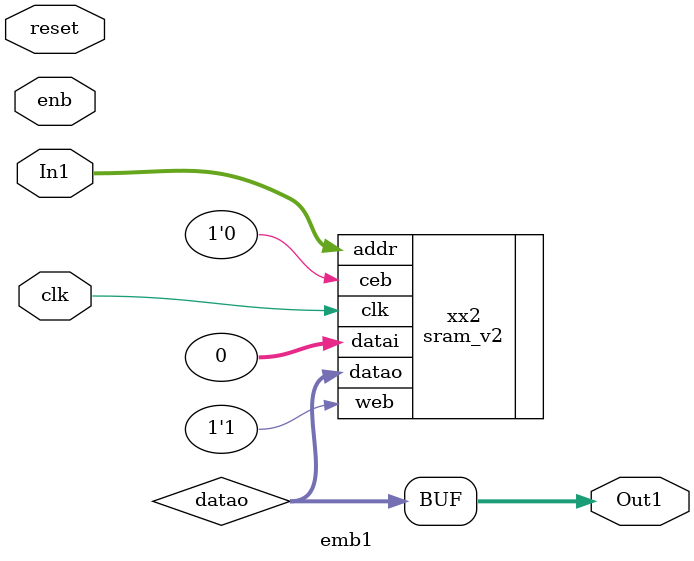
<source format=v>
                                                       

`timescale 1 ns / 1 ns

module emb1
          (clk,
           reset,
           enb,
           In1,
           Out1);


  input   clk;
  input   reset;
  input   enb;
  input   [10:0] In1;           
  output  [31:0] Out1;           
  
	wire [31:0] datao;

//	emb_v10 xx(
//		.rstn(1'b1), 
//		.clk(clk),
//		.a(In1),
//		.d(2'b0),
//		.ce(enb),
//		.we(1'b0),
//		.q(Out1)
//	);

	sram_v2 xx2(
		.clk	(	clk	),
		.ceb	(	1'b0	),
		.web	(	1'b1	),
		.datai	(	32'd0	),
		.addr	(	In1	),
		.datao  (	datao	)
	);

	assign Out1 = datao[31:0];


endmodule         


</source>
